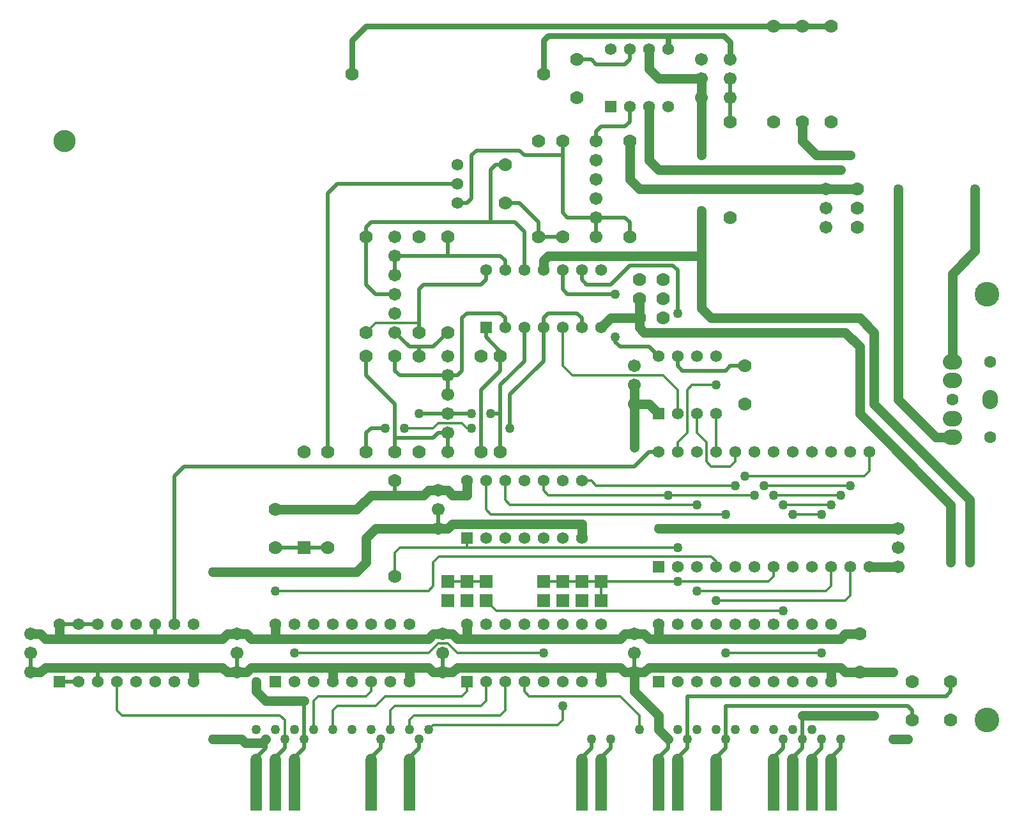
<source format=gbl>
G04 #@! TF.FileFunction,Copper,L2,Bot,Signal*
%FSLAX46Y46*%
G04 Gerber Fmt 4.6, Leading zero omitted, Abs format (unit mm)*
G04 Created by KiCad (PCBNEW 4.0.1-stable) date 22/07/2016 18:26:52*
%MOMM*%
G01*
G04 APERTURE LIST*
%ADD10C,0.100000*%
%ADD11C,1.524000*%
%ADD12O,2.540000X2.032000*%
%ADD13O,2.032000X2.540000*%
%ADD14C,1.600200*%
%ADD15C,1.600000*%
%ADD16R,1.574800X1.574800*%
%ADD17C,1.574800*%
%ADD18C,1.778000*%
%ADD19R,1.778000X1.778000*%
%ADD20R,1.727200X1.727200*%
%ADD21C,1.701800*%
%ADD22C,2.946400*%
%ADD23R,1.524000X6.858000*%
%ADD24C,3.276600*%
%ADD25C,1.270000*%
%ADD26C,1.270000*%
%ADD27C,0.508000*%
%ADD28C,0.762000*%
%ADD29C,0.304800*%
G04 APERTURE END LIST*
D10*
D11*
X179070000Y-127762000D02*
X179070000Y-129032000D01*
X176530000Y-127762000D02*
X176530000Y-129032000D01*
X171450000Y-127762000D02*
X171450000Y-129032000D01*
X173990000Y-127762000D02*
X173990000Y-129032000D01*
X163830000Y-127762000D02*
X163830000Y-129032000D01*
X158750000Y-127762000D02*
X158750000Y-129032000D01*
X156210000Y-127762000D02*
X156210000Y-129032000D01*
X146050000Y-127762000D02*
X146050000Y-129032000D01*
X148590000Y-127762000D02*
X148590000Y-129032000D01*
X118110000Y-127762000D02*
X118110000Y-129032000D01*
X107950000Y-127762000D02*
X107950000Y-129032000D01*
X105410000Y-127762000D02*
X105410000Y-129032000D01*
X123190000Y-127762000D02*
X123190000Y-129032000D01*
X102870000Y-127762000D02*
X102870000Y-129032000D01*
D12*
X195152000Y-77510000D03*
X195152000Y-82510000D03*
X195152000Y-85010000D03*
X195152000Y-75010000D03*
D13*
X200152000Y-80010000D03*
D14*
X195152000Y-80010000D03*
D15*
X200152000Y-75010000D03*
X200152000Y-85010000D03*
D16*
X156210000Y-102235000D03*
D17*
X158750000Y-102235000D03*
X161290000Y-102235000D03*
X163830000Y-102235000D03*
X166370000Y-102235000D03*
X168910000Y-102235000D03*
X171450000Y-102235000D03*
X173990000Y-102235000D03*
X184150000Y-86995000D03*
X181610000Y-86995000D03*
X179070000Y-86995000D03*
X176530000Y-86995000D03*
X173990000Y-86995000D03*
X171450000Y-86995000D03*
X168910000Y-86995000D03*
X166370000Y-86995000D03*
X176530000Y-102235000D03*
X179070000Y-102235000D03*
X181610000Y-102235000D03*
X184150000Y-102235000D03*
X163830000Y-86995000D03*
X161290000Y-86995000D03*
X158750000Y-86995000D03*
X156210000Y-86995000D03*
D18*
X156845000Y-66675000D03*
X156845000Y-64135000D03*
X156845000Y-69215000D03*
X153670000Y-66675000D03*
X153670000Y-64135000D03*
X153670000Y-69215000D03*
D19*
X109220000Y-99695000D03*
D18*
X109220000Y-86995000D03*
D20*
X128270000Y-106680000D03*
X128270000Y-104140000D03*
X130810000Y-106680000D03*
X130810000Y-104140000D03*
X133350000Y-106680000D03*
X133350000Y-104140000D03*
X140970000Y-106680000D03*
X140970000Y-104140000D03*
X143510000Y-106680000D03*
X143510000Y-104140000D03*
X146050000Y-106680000D03*
X146050000Y-104140000D03*
X148590000Y-106680000D03*
X148590000Y-104140000D03*
D17*
X129540000Y-48895000D03*
X129540000Y-51435000D03*
X129540000Y-53975000D03*
D18*
X121285000Y-90805000D03*
X121285000Y-103505000D03*
X117475000Y-74295000D03*
X117475000Y-86995000D03*
X121285000Y-74295000D03*
X121285000Y-86995000D03*
X135255000Y-74295000D03*
X135255000Y-86995000D03*
X132715000Y-74295000D03*
X132715000Y-86995000D03*
X124460000Y-74295000D03*
X124460000Y-86995000D03*
X128270000Y-58420000D03*
X128270000Y-71120000D03*
X117475000Y-71120000D03*
X117475000Y-58420000D03*
X124460000Y-58420000D03*
X124460000Y-71120000D03*
X140335000Y-45720000D03*
X140335000Y-58420000D03*
X143510000Y-45720000D03*
X143510000Y-58420000D03*
X112395000Y-86995000D03*
X112395000Y-99695000D03*
X152400000Y-45720000D03*
X152400000Y-58420000D03*
X182562500Y-57150000D03*
X182562500Y-54610000D03*
X182562500Y-52070000D03*
X165735000Y-43180000D03*
X165735000Y-55880000D03*
X171450000Y-30480000D03*
X171450000Y-43180000D03*
X175260000Y-43180000D03*
X175260000Y-30480000D03*
X179070000Y-43180000D03*
X179070000Y-30480000D03*
D16*
X76835000Y-117475000D03*
D17*
X79375000Y-117475000D03*
X81915000Y-117475000D03*
X84455000Y-117475000D03*
X86995000Y-117475000D03*
X89535000Y-117475000D03*
X92075000Y-117475000D03*
X94615000Y-117475000D03*
X94615000Y-109855000D03*
X92075000Y-109855000D03*
X89535000Y-109855000D03*
X86995000Y-109855000D03*
X84455000Y-109855000D03*
X81915000Y-109855000D03*
X79375000Y-109855000D03*
X76835000Y-109855000D03*
D16*
X105410000Y-117475000D03*
D17*
X107950000Y-117475000D03*
X110490000Y-117475000D03*
X113030000Y-117475000D03*
X115570000Y-117475000D03*
X118110000Y-117475000D03*
X120650000Y-117475000D03*
X123190000Y-117475000D03*
X123190000Y-109855000D03*
X120650000Y-109855000D03*
X118110000Y-109855000D03*
X115570000Y-109855000D03*
X113030000Y-109855000D03*
X110490000Y-109855000D03*
X107950000Y-109855000D03*
X105410000Y-109855000D03*
D16*
X130810000Y-117475000D03*
D17*
X133350000Y-117475000D03*
X135890000Y-117475000D03*
X138430000Y-117475000D03*
X140970000Y-117475000D03*
X143510000Y-117475000D03*
X146050000Y-117475000D03*
X148590000Y-117475000D03*
X148590000Y-109855000D03*
X146050000Y-109855000D03*
X143510000Y-109855000D03*
X140970000Y-109855000D03*
X138430000Y-109855000D03*
X135890000Y-109855000D03*
X133350000Y-109855000D03*
X130810000Y-109855000D03*
D16*
X156210000Y-117475000D03*
D17*
X158750000Y-117475000D03*
X161290000Y-117475000D03*
X163830000Y-117475000D03*
X166370000Y-117475000D03*
X168910000Y-117475000D03*
X171450000Y-117475000D03*
X173990000Y-117475000D03*
X173990000Y-109855000D03*
X171450000Y-109855000D03*
X168910000Y-109855000D03*
X166370000Y-109855000D03*
X163830000Y-109855000D03*
X161290000Y-109855000D03*
X158750000Y-109855000D03*
X156210000Y-109855000D03*
X176530000Y-117475000D03*
X179070000Y-117475000D03*
X179070000Y-109855000D03*
X176530000Y-109855000D03*
D16*
X130810000Y-98425000D03*
D17*
X133350000Y-98425000D03*
X135890000Y-98425000D03*
X138430000Y-98425000D03*
X140970000Y-98425000D03*
X143510000Y-98425000D03*
X146050000Y-98425000D03*
X146050000Y-90805000D03*
X143510000Y-90805000D03*
X140970000Y-90805000D03*
X138430000Y-90805000D03*
X135890000Y-90805000D03*
X133350000Y-90805000D03*
X130810000Y-90805000D03*
D16*
X156210000Y-81915000D03*
D17*
X158750000Y-81915000D03*
X161290000Y-81915000D03*
X163830000Y-81915000D03*
X163830000Y-74295000D03*
X161290000Y-74295000D03*
X158750000Y-74295000D03*
X156210000Y-74295000D03*
D16*
X133350000Y-70485000D03*
D17*
X135890000Y-70485000D03*
X138430000Y-70485000D03*
X140970000Y-70485000D03*
X143510000Y-70485000D03*
X146050000Y-70485000D03*
X148590000Y-70485000D03*
X148590000Y-62865000D03*
X146050000Y-62865000D03*
X143510000Y-62865000D03*
X140970000Y-62865000D03*
X138430000Y-62865000D03*
X135890000Y-62865000D03*
X133350000Y-62865000D03*
D16*
X149860000Y-41148000D03*
D17*
X152400000Y-41148000D03*
X154940000Y-41148000D03*
X157480000Y-41148000D03*
X157480000Y-33528000D03*
X154940000Y-33528000D03*
X152400000Y-33528000D03*
X149860000Y-33528000D03*
D18*
X140970000Y-36830000D03*
X115570000Y-36830000D03*
D21*
X127635000Y-113665000D03*
X127635000Y-111125000D03*
X127635000Y-116205000D03*
X153035000Y-78105000D03*
X153035000Y-75565000D03*
X153035000Y-80645000D03*
X153035000Y-113665000D03*
X153035000Y-111125000D03*
X153035000Y-116205000D03*
X100330000Y-113665000D03*
X100330000Y-111125000D03*
X100330000Y-116205000D03*
X73025000Y-113665000D03*
X73025000Y-111125000D03*
X73025000Y-116205000D03*
X127000000Y-94615000D03*
X127000000Y-92075000D03*
X127000000Y-97155000D03*
X187960000Y-99695000D03*
X187960000Y-97155000D03*
X187960000Y-102235000D03*
X128270000Y-84455000D03*
X128270000Y-81915000D03*
X128270000Y-86995000D03*
X128270000Y-76835000D03*
X128270000Y-74295000D03*
X128270000Y-79375000D03*
X121285000Y-68580000D03*
X121285000Y-66040000D03*
X121285000Y-71120000D03*
X121285000Y-60960000D03*
X121285000Y-58420000D03*
X121285000Y-63500000D03*
X147955000Y-55880000D03*
X147955000Y-53340000D03*
X147955000Y-58420000D03*
X147955000Y-48260000D03*
X147955000Y-45720000D03*
X147955000Y-50800000D03*
X161925000Y-37465000D03*
X161925000Y-34925000D03*
X161925000Y-40005000D03*
X165735000Y-37465000D03*
X165735000Y-34925000D03*
X165735000Y-40005000D03*
X178435000Y-54610000D03*
X178435000Y-52070000D03*
X178435000Y-57150000D03*
D18*
X182880000Y-111125000D03*
X182880000Y-116205000D03*
X189865000Y-117475000D03*
X189865000Y-122555000D03*
X194945000Y-117475000D03*
X194945000Y-122555000D03*
X105410000Y-94615000D03*
X105410000Y-99695000D03*
X167703500Y-75565000D03*
X167703500Y-80645000D03*
X135890000Y-48895000D03*
X135890000Y-53975000D03*
X145415000Y-34925000D03*
X145415000Y-40005000D03*
D22*
X77470000Y-45720000D03*
D23*
X179070000Y-131191000D03*
X176530000Y-131191000D03*
X173990000Y-131191000D03*
X171450000Y-131191000D03*
X163830000Y-131191000D03*
X158750000Y-131191000D03*
X156210000Y-131191000D03*
X148590000Y-131191000D03*
X146050000Y-131191000D03*
X123190000Y-131191000D03*
X118110000Y-131191000D03*
X107950000Y-131191000D03*
X105410000Y-131191000D03*
X102870000Y-131191000D03*
D24*
X199771000Y-66040000D03*
X199771000Y-122555000D03*
D25*
X97155000Y-102870000D03*
X97155000Y-115570000D03*
X97155000Y-125095000D03*
X104140000Y-125095000D03*
X157480000Y-125095000D03*
X189230000Y-125095000D03*
X187325000Y-125095000D03*
X187325000Y-116205000D03*
X180340000Y-125095000D03*
X156210000Y-97155000D03*
X109220000Y-125095000D03*
X109220000Y-120015000D03*
X184785000Y-121920000D03*
X175260000Y-125095000D03*
X153035000Y-86360000D03*
X102870000Y-111760000D03*
X102870000Y-117475000D03*
X158750000Y-68580000D03*
X161925000Y-47625000D03*
X161925000Y-54991000D03*
X156845000Y-60960000D03*
X160020000Y-125095000D03*
X197485000Y-101600000D03*
X165100000Y-125095000D03*
X194945000Y-101600000D03*
X124460000Y-81915000D03*
X131445000Y-81915000D03*
X133985000Y-81915000D03*
X119380000Y-125095000D03*
X124460000Y-125095000D03*
X172720000Y-108077000D03*
X172720000Y-125095000D03*
X158750000Y-104140000D03*
X158750000Y-99695000D03*
X180340000Y-49530000D03*
X187960000Y-52070000D03*
X181610000Y-47625000D03*
X198120000Y-52070000D03*
X106680000Y-125095000D03*
X105410000Y-123825000D03*
X107950000Y-123825000D03*
X115570000Y-123825000D03*
X118110000Y-123825000D03*
X110490000Y-123825000D03*
X140970000Y-113665000D03*
X107950000Y-113665000D03*
X113030000Y-123825000D03*
X120650000Y-123825000D03*
X123190000Y-123825000D03*
X153670000Y-123825000D03*
X143510000Y-120650000D03*
X125730000Y-123825000D03*
X157480000Y-92710000D03*
X168910000Y-92710000D03*
X158750000Y-123825000D03*
X161290000Y-123825000D03*
X163830000Y-123825000D03*
X166370000Y-123825000D03*
X168910000Y-123825000D03*
X171450000Y-123825000D03*
X173990000Y-123825000D03*
X172720000Y-93980000D03*
X179070000Y-93980000D03*
X170180000Y-91440000D03*
X181610000Y-91440000D03*
X167640000Y-90170000D03*
X163830000Y-106680000D03*
X161290000Y-105410000D03*
X176530000Y-123825000D03*
X180340000Y-92710000D03*
X171450000Y-92710000D03*
X177800000Y-95250000D03*
X173990000Y-95250000D03*
X147320000Y-125095000D03*
X149860000Y-125095000D03*
X166370000Y-91440000D03*
X161290000Y-93980000D03*
X165100000Y-95250000D03*
X165100000Y-113665000D03*
X177800000Y-113665000D03*
X177800000Y-125095000D03*
X105410000Y-105410000D03*
X102870000Y-123825000D03*
X163830000Y-78105000D03*
X150495000Y-71755000D03*
X150495000Y-66040000D03*
X120015000Y-83820000D03*
X122555000Y-83820000D03*
X131445000Y-83820000D03*
X136525000Y-83820000D03*
D26*
X187325000Y-125095000D02*
X189230000Y-125095000D01*
D27*
X156210000Y-127508000D02*
X157480000Y-126238000D01*
X157480000Y-126238000D02*
X157480000Y-125095000D01*
X156210000Y-131191000D02*
X156210000Y-127508000D01*
X179070000Y-127508000D02*
X180340000Y-126238000D01*
X180340000Y-126238000D02*
X180340000Y-125095000D01*
X179070000Y-131191000D02*
X179070000Y-127508000D01*
X102870000Y-127508000D02*
X104140000Y-126238000D01*
X104140000Y-126238000D02*
X104140000Y-125984000D01*
X102870000Y-131191000D02*
X102870000Y-127508000D01*
X104140000Y-125984000D02*
X104140000Y-125095000D01*
D26*
X104140000Y-125095000D02*
X103632000Y-125603000D01*
X103632000Y-125603000D02*
X101473000Y-125603000D01*
X101473000Y-125603000D02*
X100965000Y-125095000D01*
X100965000Y-125095000D02*
X97155000Y-125095000D01*
X184150000Y-102235000D02*
X187960000Y-102235000D01*
X116205000Y-102870000D02*
X97155000Y-102870000D01*
X117475000Y-101600000D02*
X116205000Y-102870000D01*
X117475000Y-98425000D02*
X117475000Y-101600000D01*
X118745000Y-97155000D02*
X117475000Y-98425000D01*
X127000000Y-97155000D02*
X118745000Y-97155000D01*
D27*
X127000000Y-94615000D02*
X127000000Y-97155000D01*
D26*
X128270000Y-97155000D02*
X127000000Y-97155000D01*
X128905000Y-96520000D02*
X128270000Y-97155000D01*
X146050000Y-96520000D02*
X128905000Y-96520000D01*
X146050000Y-98425000D02*
X146050000Y-96520000D01*
X98425000Y-115570000D02*
X97155000Y-115570000D01*
X94615000Y-115570000D02*
X97155000Y-115570000D01*
X151130000Y-115570000D02*
X148590000Y-115570000D01*
X148590000Y-115570000D02*
X129540000Y-115570000D01*
X148590000Y-117475000D02*
X148590000Y-115570000D01*
X123190000Y-115570000D02*
X113030000Y-115570000D01*
X113030000Y-115570000D02*
X102235000Y-115570000D01*
X113030000Y-117475000D02*
X113030000Y-115570000D01*
X125730000Y-115570000D02*
X123190000Y-115570000D01*
X123190000Y-117475000D02*
X123190000Y-115570000D01*
X94615000Y-115570000D02*
X81915000Y-115570000D01*
X81915000Y-115570000D02*
X74930000Y-115570000D01*
D27*
X81915000Y-117475000D02*
X81915000Y-115570000D01*
D26*
X94615000Y-117475000D02*
X94615000Y-115570000D01*
D27*
X73025000Y-113665000D02*
X73025000Y-116205000D01*
X100330000Y-113665000D02*
X100330000Y-116205000D01*
X127635000Y-113665000D02*
X127635000Y-116205000D01*
D26*
X74295000Y-116205000D02*
X73025000Y-116205000D01*
X74930000Y-115570000D02*
X74295000Y-116205000D01*
X99060000Y-116205000D02*
X98425000Y-115570000D01*
X100330000Y-116205000D02*
X99060000Y-116205000D01*
X127635000Y-116205000D02*
X126365000Y-116205000D01*
X126365000Y-116205000D02*
X125730000Y-115570000D01*
X102235000Y-115570000D02*
X101600000Y-116205000D01*
X101600000Y-116205000D02*
X100330000Y-116205000D01*
X153035000Y-116205000D02*
X151765000Y-116205000D01*
X151765000Y-116205000D02*
X151130000Y-115570000D01*
X129540000Y-115570000D02*
X128905000Y-116205000D01*
X128905000Y-116205000D02*
X127635000Y-116205000D01*
D27*
X153035000Y-113665000D02*
X153035000Y-116205000D01*
D26*
X156210000Y-123825000D02*
X157480000Y-125095000D01*
X156210000Y-121920000D02*
X156210000Y-123825000D01*
X153035000Y-118745000D02*
X156210000Y-121920000D01*
X153035000Y-116205000D02*
X153035000Y-118745000D01*
X187325000Y-116205000D02*
X182880000Y-116205000D01*
X180340000Y-115570000D02*
X179070000Y-115570000D01*
X179070000Y-115570000D02*
X154940000Y-115570000D01*
X179070000Y-117475000D02*
X179070000Y-115570000D01*
X182880000Y-116205000D02*
X180975000Y-116205000D01*
X180975000Y-116205000D02*
X180340000Y-115570000D01*
X154940000Y-115570000D02*
X154305000Y-116205000D01*
X154305000Y-116205000D02*
X153035000Y-116205000D01*
D27*
X173990000Y-127508000D02*
X175260000Y-126238000D01*
X175260000Y-126238000D02*
X175260000Y-125095000D01*
X173990000Y-131191000D02*
X173990000Y-127508000D01*
X107950000Y-127508000D02*
X109220000Y-126238000D01*
X109220000Y-126238000D02*
X109220000Y-125095000D01*
X107950000Y-131191000D02*
X107950000Y-127508000D01*
X109220000Y-120015000D02*
X109220000Y-125095000D01*
D26*
X98425000Y-111760000D02*
X89535000Y-111760000D01*
X89535000Y-111760000D02*
X76835000Y-111760000D01*
D27*
X89535000Y-109855000D02*
X89535000Y-111760000D01*
X76835000Y-117475000D02*
X79375000Y-117475000D01*
D26*
X175895000Y-121920000D02*
X175260000Y-121920000D01*
X184785000Y-121920000D02*
X175895000Y-121920000D01*
X153035000Y-78105000D02*
X153035000Y-80645000D01*
X154940000Y-80645000D02*
X153035000Y-80645000D01*
X156210000Y-81915000D02*
X154940000Y-80645000D01*
X153035000Y-86360000D02*
X153035000Y-80645000D01*
X125095000Y-92710000D02*
X121285000Y-92710000D01*
X121285000Y-92710000D02*
X118110000Y-92710000D01*
D27*
X121285000Y-90805000D02*
X121285000Y-92710000D01*
D26*
X116205000Y-94615000D02*
X105410000Y-94615000D01*
X118110000Y-92710000D02*
X116205000Y-94615000D01*
X125730000Y-92075000D02*
X125095000Y-92710000D01*
X127000000Y-92075000D02*
X125730000Y-92075000D01*
X128270000Y-92075000D02*
X127000000Y-92075000D01*
X128905000Y-92710000D02*
X128270000Y-92075000D01*
X130810000Y-92710000D02*
X128905000Y-92710000D01*
X130810000Y-90805000D02*
X130810000Y-92710000D01*
X187960000Y-97155000D02*
X156210000Y-97155000D01*
X104140000Y-120015000D02*
X109220000Y-120015000D01*
X102870000Y-118745000D02*
X104140000Y-120015000D01*
X102870000Y-117475000D02*
X102870000Y-118745000D01*
X151130000Y-111760000D02*
X130810000Y-111760000D01*
X130810000Y-111760000D02*
X129540000Y-111760000D01*
X130810000Y-109855000D02*
X130810000Y-111760000D01*
D27*
X79375000Y-109855000D02*
X81915000Y-109855000D01*
X76835000Y-109855000D02*
X79375000Y-109855000D01*
D26*
X76835000Y-111760000D02*
X74930000Y-111760000D01*
X76835000Y-109855000D02*
X76835000Y-111760000D01*
X125730000Y-111760000D02*
X105410000Y-111760000D01*
X105410000Y-111760000D02*
X102870000Y-111760000D01*
X105410000Y-109855000D02*
X105410000Y-111760000D01*
X74295000Y-111125000D02*
X73025000Y-111125000D01*
X74930000Y-111760000D02*
X74295000Y-111125000D01*
X99060000Y-111125000D02*
X98425000Y-111760000D01*
X100330000Y-111125000D02*
X99060000Y-111125000D01*
X101600000Y-111125000D02*
X102235000Y-111760000D01*
X102235000Y-111760000D02*
X102870000Y-111760000D01*
X100330000Y-111125000D02*
X101600000Y-111125000D01*
X126365000Y-111125000D02*
X125730000Y-111760000D01*
X127635000Y-111125000D02*
X126365000Y-111125000D01*
X128905000Y-111125000D02*
X127635000Y-111125000D01*
X129540000Y-111760000D02*
X128905000Y-111125000D01*
X151765000Y-111125000D02*
X151130000Y-111760000D01*
X153035000Y-111125000D02*
X151765000Y-111125000D01*
D27*
X175260000Y-125095000D02*
X175260000Y-121920000D01*
D26*
X180340000Y-111760000D02*
X156210000Y-111760000D01*
X156210000Y-111760000D02*
X154940000Y-111760000D01*
X156210000Y-109855000D02*
X156210000Y-111760000D01*
X154305000Y-111125000D02*
X153035000Y-111125000D01*
X154940000Y-111760000D02*
X154305000Y-111125000D01*
X180975000Y-111125000D02*
X180340000Y-111760000D01*
X182880000Y-111125000D02*
X180975000Y-111125000D01*
D27*
X146685000Y-64770000D02*
X146050000Y-64135000D01*
X146050000Y-64135000D02*
X146050000Y-62865000D01*
X149860000Y-64770000D02*
X146685000Y-64770000D01*
X152400000Y-62230000D02*
X149860000Y-64770000D01*
X158115000Y-62230000D02*
X152400000Y-62230000D01*
X158750000Y-62865000D02*
X158115000Y-62230000D01*
X158750000Y-68580000D02*
X158750000Y-62865000D01*
X165100000Y-76200000D02*
X165735000Y-75565000D01*
X165735000Y-75565000D02*
X167703500Y-75565000D01*
X159385000Y-76200000D02*
X165100000Y-76200000D01*
X158750000Y-75565000D02*
X159385000Y-76200000D01*
X158750000Y-74295000D02*
X158750000Y-75565000D01*
X160020000Y-125095000D02*
X160020000Y-119380000D01*
X160020000Y-119380000D02*
X194310000Y-119380000D01*
X194310000Y-119380000D02*
X194945000Y-118745000D01*
X194945000Y-118745000D02*
X194945000Y-117475000D01*
D26*
X161925000Y-60960000D02*
X161925000Y-67945000D01*
X184785000Y-80645000D02*
X197485000Y-93345000D01*
X161925000Y-67945000D02*
X163195000Y-69215000D01*
X163195000Y-69215000D02*
X182880000Y-69215000D01*
X182880000Y-69215000D02*
X184785000Y-71120000D01*
X184785000Y-71120000D02*
X184785000Y-80645000D01*
X197485000Y-93345000D02*
X197485000Y-101600000D01*
D27*
X158750000Y-127508000D02*
X160020000Y-126238000D01*
X160020000Y-126238000D02*
X160020000Y-125095000D01*
X158750000Y-131191000D02*
X158750000Y-127508000D01*
D26*
X161925000Y-60960000D02*
X161925000Y-54991000D01*
X161925000Y-47625000D02*
X161925000Y-40005000D01*
X156210000Y-37465000D02*
X154940000Y-36195000D01*
X154940000Y-36195000D02*
X154940000Y-33528000D01*
X161925000Y-37465000D02*
X156210000Y-37465000D01*
X161925000Y-40005000D02*
X161925000Y-37465000D01*
X156845000Y-60960000D02*
X161925000Y-60960000D01*
X141605000Y-60960000D02*
X156845000Y-60960000D01*
X140970000Y-61595000D02*
X141605000Y-60960000D01*
X140970000Y-62865000D02*
X140970000Y-61595000D01*
D27*
X189865000Y-121285000D02*
X189865000Y-122555000D01*
X189230000Y-120650000D02*
X189865000Y-121285000D01*
D26*
X153670000Y-69215000D02*
X153670000Y-70485000D01*
X153670000Y-70485000D02*
X154305000Y-71120000D01*
X182880000Y-81915000D02*
X194945000Y-93980000D01*
X154305000Y-71120000D02*
X180975000Y-71120000D01*
X180975000Y-71120000D02*
X182880000Y-73025000D01*
X182880000Y-73025000D02*
X182880000Y-81915000D01*
X194945000Y-93980000D02*
X194945000Y-101600000D01*
D27*
X163830000Y-127508000D02*
X165100000Y-126238000D01*
X165100000Y-126238000D02*
X165100000Y-125095000D01*
X163830000Y-131191000D02*
X163830000Y-127508000D01*
D26*
X153670000Y-66675000D02*
X153670000Y-69215000D01*
X149860000Y-69215000D02*
X153670000Y-69215000D01*
X148590000Y-70485000D02*
X149860000Y-69215000D01*
D27*
X165100000Y-120650000D02*
X165100000Y-125095000D01*
X189230000Y-120650000D02*
X165100000Y-120650000D01*
X135255000Y-68580000D02*
X135890000Y-69215000D01*
X135890000Y-69215000D02*
X135890000Y-70485000D01*
X130810000Y-68580000D02*
X135255000Y-68580000D01*
X130175000Y-69215000D02*
X130810000Y-68580000D01*
X130175000Y-76200000D02*
X130175000Y-69215000D01*
X129540000Y-76835000D02*
X130175000Y-76200000D01*
X128270000Y-76835000D02*
X129540000Y-76835000D01*
X128270000Y-76835000D02*
X128270000Y-79375000D01*
X121285000Y-76200000D02*
X121920000Y-76835000D01*
X121920000Y-76835000D02*
X128270000Y-76835000D01*
X121285000Y-74295000D02*
X121285000Y-76200000D01*
X126365000Y-85090000D02*
X121285000Y-85090000D01*
X127000000Y-84455000D02*
X126365000Y-85090000D01*
X117475000Y-76835000D02*
X117475000Y-74295000D01*
X121285000Y-80645000D02*
X117475000Y-76835000D01*
X121285000Y-85090000D02*
X121285000Y-80645000D01*
X121285000Y-85090000D02*
X121285000Y-86995000D01*
X128270000Y-84455000D02*
X127000000Y-84455000D01*
X128270000Y-86995000D02*
X128270000Y-84455000D01*
X128270000Y-81915000D02*
X124460000Y-81915000D01*
X128270000Y-81915000D02*
X131445000Y-81915000D01*
X135255000Y-81915000D02*
X135255000Y-86995000D01*
X135255000Y-78105000D02*
X135255000Y-81915000D01*
X135255000Y-81915000D02*
X133985000Y-81915000D01*
X138430000Y-74930000D02*
X135255000Y-78105000D01*
X138430000Y-70485000D02*
X138430000Y-74930000D01*
X121285000Y-60960000D02*
X121285000Y-63500000D01*
X135255000Y-60960000D02*
X128270000Y-60960000D01*
X128270000Y-60960000D02*
X121285000Y-60960000D01*
X128270000Y-58420000D02*
X128270000Y-60960000D01*
X135890000Y-61595000D02*
X135255000Y-60960000D01*
X135890000Y-62865000D02*
X135890000Y-61595000D01*
X126365000Y-73025000D02*
X124460000Y-73025000D01*
X124460000Y-73025000D02*
X123190000Y-73025000D01*
X124460000Y-74295000D02*
X124460000Y-73025000D01*
X123190000Y-73025000D02*
X121285000Y-71120000D01*
X128270000Y-71120000D02*
X126365000Y-73025000D01*
X117475000Y-58420000D02*
X117475000Y-64770000D01*
X117475000Y-57150000D02*
X117475000Y-58420000D01*
X118110000Y-56515000D02*
X117475000Y-57150000D01*
X118745000Y-66040000D02*
X117475000Y-64770000D01*
X121285000Y-66040000D02*
X118745000Y-66040000D01*
X137160000Y-56515000D02*
X133985000Y-56515000D01*
X133985000Y-56515000D02*
X118110000Y-56515000D01*
X134620000Y-48895000D02*
X133985000Y-49530000D01*
X133985000Y-49530000D02*
X133985000Y-56515000D01*
X135890000Y-48895000D02*
X134620000Y-48895000D01*
X138430000Y-57785000D02*
X137160000Y-56515000D01*
X138430000Y-62865000D02*
X138430000Y-57785000D01*
X140335000Y-56515000D02*
X140335000Y-58420000D01*
X137795000Y-53975000D02*
X140335000Y-56515000D01*
X135890000Y-53975000D02*
X137795000Y-53975000D01*
X140335000Y-58420000D02*
X143510000Y-58420000D01*
X109220000Y-99695000D02*
X112395000Y-99695000D01*
X105410000Y-99695000D02*
X109220000Y-99695000D01*
X143510000Y-47625000D02*
X143510000Y-45720000D01*
X130810000Y-53975000D02*
X129540000Y-53975000D01*
X131445000Y-53340000D02*
X130810000Y-53975000D01*
X131445000Y-47625000D02*
X131445000Y-53340000D01*
X132080000Y-46990000D02*
X131445000Y-47625000D01*
X137795000Y-46990000D02*
X132080000Y-46990000D01*
X138430000Y-47625000D02*
X137795000Y-46990000D01*
X143510000Y-47625000D02*
X138430000Y-47625000D01*
X143510000Y-55245000D02*
X143510000Y-47625000D01*
X144145000Y-55880000D02*
X143510000Y-55245000D01*
X147955000Y-55880000D02*
X144145000Y-55880000D01*
X151765000Y-55880000D02*
X152400000Y-56515000D01*
X152400000Y-56515000D02*
X152400000Y-58420000D01*
X147955000Y-55880000D02*
X151765000Y-55880000D01*
X147955000Y-58420000D02*
X147955000Y-55880000D01*
D26*
X178435000Y-52070000D02*
X182562500Y-52070000D01*
X152400000Y-50800000D02*
X153670000Y-52070000D01*
X153670000Y-52070000D02*
X178435000Y-52070000D01*
X152400000Y-45720000D02*
X152400000Y-50800000D01*
D27*
X152400000Y-41148000D02*
X152400000Y-43180000D01*
X152400000Y-43180000D02*
X151765000Y-43815000D01*
X151765000Y-43815000D02*
X148590000Y-43815000D01*
X148590000Y-43815000D02*
X147955000Y-44450000D01*
X147955000Y-44450000D02*
X147955000Y-45720000D01*
X147955000Y-35560000D02*
X147320000Y-34925000D01*
X147320000Y-34925000D02*
X145415000Y-34925000D01*
X151765000Y-35560000D02*
X147955000Y-35560000D01*
X152400000Y-34925000D02*
X151765000Y-35560000D01*
X152400000Y-33528000D02*
X152400000Y-34925000D01*
X165735000Y-40005000D02*
X165735000Y-43180000D01*
X165735000Y-37465000D02*
X165735000Y-40005000D01*
D28*
X164846000Y-31750000D02*
X157480000Y-31750000D01*
X157480000Y-31750000D02*
X141605000Y-31750000D01*
X157480000Y-33528000D02*
X157480000Y-31750000D01*
X141605000Y-31750000D02*
X140970000Y-32385000D01*
X165735000Y-32639000D02*
X164846000Y-31750000D01*
X165735000Y-34925000D02*
X165735000Y-32639000D01*
X140970000Y-32385000D02*
X140970000Y-36830000D01*
X171450000Y-30480000D02*
X117475000Y-30480000D01*
X117475000Y-30480000D02*
X115570000Y-32385000D01*
X175260000Y-30480000D02*
X171450000Y-30480000D01*
X179070000Y-30480000D02*
X175260000Y-30480000D01*
X115570000Y-32385000D02*
X115570000Y-36830000D01*
D27*
X118110000Y-127508000D02*
X119380000Y-126238000D01*
X119380000Y-126238000D02*
X119380000Y-125095000D01*
X118110000Y-131191000D02*
X118110000Y-127508000D01*
D29*
X130810000Y-104140000D02*
X128270000Y-104140000D01*
X133350000Y-104140000D02*
X130810000Y-104140000D01*
D27*
X123190000Y-127508000D02*
X124460000Y-126238000D01*
X124460000Y-126238000D02*
X124460000Y-125095000D01*
X123190000Y-131191000D02*
X123190000Y-127508000D01*
X171450000Y-127508000D02*
X172720000Y-126238000D01*
X172720000Y-126238000D02*
X172720000Y-125095000D01*
X171450000Y-131191000D02*
X171450000Y-127508000D01*
D29*
X134747000Y-108077000D02*
X172720000Y-108077000D01*
X133350000Y-106680000D02*
X134747000Y-108077000D01*
X143510000Y-104140000D02*
X140970000Y-104140000D01*
X146050000Y-104140000D02*
X143510000Y-104140000D01*
X148590000Y-104140000D02*
X146050000Y-104140000D01*
X148590000Y-104140000D02*
X148590000Y-106680000D01*
X158750000Y-104140000D02*
X148590000Y-104140000D01*
X170815000Y-104140000D02*
X171450000Y-103505000D01*
X171450000Y-103505000D02*
X171450000Y-102235000D01*
X158750000Y-104140000D02*
X170815000Y-104140000D01*
D27*
X112395000Y-52705000D02*
X113665000Y-51435000D01*
X113665000Y-51435000D02*
X129540000Y-51435000D01*
X112395000Y-86995000D02*
X112395000Y-52705000D01*
D29*
X121920000Y-99695000D02*
X130810000Y-99695000D01*
X130810000Y-99695000D02*
X158750000Y-99695000D01*
X130810000Y-98425000D02*
X130810000Y-99695000D01*
X121285000Y-100330000D02*
X121920000Y-99695000D01*
X121285000Y-103505000D02*
X121285000Y-100330000D01*
D27*
X135255000Y-73660000D02*
X133350000Y-71755000D01*
X133350000Y-71755000D02*
X133350000Y-70485000D01*
X135255000Y-74295000D02*
X135255000Y-73660000D01*
X132715000Y-78740000D02*
X135255000Y-76200000D01*
X135255000Y-76200000D02*
X135255000Y-74295000D01*
X132715000Y-86995000D02*
X132715000Y-78740000D01*
D29*
X117475000Y-71120000D02*
X118745000Y-69850000D01*
X118745000Y-69850000D02*
X124460000Y-69850000D01*
X124460000Y-69850000D02*
X124460000Y-71120000D01*
D27*
X125095000Y-64770000D02*
X124460000Y-65405000D01*
X124460000Y-65405000D02*
X124460000Y-71120000D01*
X132715000Y-64770000D02*
X125095000Y-64770000D01*
X133350000Y-64135000D02*
X132715000Y-64770000D01*
X133350000Y-62865000D02*
X133350000Y-64135000D01*
D26*
X156210000Y-49530000D02*
X180340000Y-49530000D01*
X154940000Y-48260000D02*
X156210000Y-49530000D01*
X154940000Y-41148000D02*
X154940000Y-48260000D01*
X187960000Y-80010000D02*
X192960000Y-85010000D01*
X192960000Y-85010000D02*
X195152000Y-85010000D01*
X187960000Y-76835000D02*
X187960000Y-80010000D01*
X175260000Y-45720000D02*
X175260000Y-43180000D01*
X187960000Y-76835000D02*
X187960000Y-52070000D01*
X177165000Y-47625000D02*
X181610000Y-47625000D01*
X175260000Y-45720000D02*
X177165000Y-47625000D01*
X198120000Y-60325000D02*
X195152000Y-63293000D01*
X195152000Y-63293000D02*
X195152000Y-75010000D01*
X198120000Y-52070000D02*
X198120000Y-57785000D01*
X198120000Y-57785000D02*
X198120000Y-60325000D01*
D27*
X105410000Y-127508000D02*
X106680000Y-126238000D01*
X106680000Y-126238000D02*
X106680000Y-125095000D01*
X105410000Y-131191000D02*
X105410000Y-127508000D01*
D29*
X85090000Y-121920000D02*
X84455000Y-121285000D01*
X84455000Y-121285000D02*
X84455000Y-117475000D01*
X106045000Y-121920000D02*
X85090000Y-121920000D01*
X106680000Y-122555000D02*
X106045000Y-121920000D01*
X106680000Y-125095000D02*
X106680000Y-122555000D01*
D27*
X92075000Y-109855000D02*
X92075000Y-90170000D01*
X92075000Y-90170000D02*
X93345000Y-88900000D01*
X93345000Y-88900000D02*
X153035000Y-88900000D01*
X154940000Y-86995000D02*
X156210000Y-86995000D01*
X153035000Y-88900000D02*
X154940000Y-86995000D01*
D29*
X111125000Y-119380000D02*
X110490000Y-120015000D01*
X110490000Y-120015000D02*
X110490000Y-123825000D01*
X117475000Y-119380000D02*
X111125000Y-119380000D01*
X118110000Y-118745000D02*
X117475000Y-119380000D01*
X118110000Y-117475000D02*
X118110000Y-118745000D01*
X129540000Y-113665000D02*
X140970000Y-113665000D01*
X128270000Y-112395000D02*
X129540000Y-113665000D01*
X127000000Y-112395000D02*
X128270000Y-112395000D01*
X125730000Y-113665000D02*
X127000000Y-112395000D01*
X107950000Y-113665000D02*
X125730000Y-113665000D01*
X113665000Y-120650000D02*
X113030000Y-121285000D01*
X113030000Y-121285000D02*
X113030000Y-123825000D01*
X118745000Y-120650000D02*
X113665000Y-120650000D01*
X120015000Y-119380000D02*
X118745000Y-120650000D01*
X130175000Y-119380000D02*
X120015000Y-119380000D01*
X130810000Y-118745000D02*
X130175000Y-119380000D01*
X130810000Y-117475000D02*
X130810000Y-118745000D01*
X121285000Y-120650000D02*
X120650000Y-121285000D01*
X120650000Y-121285000D02*
X120650000Y-123825000D01*
X132715000Y-120650000D02*
X121285000Y-120650000D01*
X133350000Y-120015000D02*
X132715000Y-120650000D01*
X133350000Y-117475000D02*
X133350000Y-120015000D01*
X123190000Y-122555000D02*
X123190000Y-123825000D01*
X123825000Y-121920000D02*
X123190000Y-122555000D01*
X135255000Y-121920000D02*
X123825000Y-121920000D01*
X135890000Y-121285000D02*
X135255000Y-121920000D01*
X135890000Y-117475000D02*
X135890000Y-121285000D01*
X151130000Y-119380000D02*
X153670000Y-121920000D01*
X153670000Y-121920000D02*
X153670000Y-123825000D01*
X139065000Y-119380000D02*
X151130000Y-119380000D01*
X138430000Y-118745000D02*
X139065000Y-119380000D01*
X138430000Y-117475000D02*
X138430000Y-118745000D01*
X143510000Y-122555000D02*
X143510000Y-120650000D01*
X142875000Y-123190000D02*
X143510000Y-122555000D01*
X126365000Y-123190000D02*
X142875000Y-123190000D01*
X125730000Y-123825000D02*
X126365000Y-123190000D01*
X140970000Y-90805000D02*
X140970000Y-92075000D01*
X141605000Y-92710000D02*
X140970000Y-92075000D01*
X157480000Y-92710000D02*
X141605000Y-92710000D01*
X168910000Y-92710000D02*
X157480000Y-92710000D01*
X179070000Y-93980000D02*
X172720000Y-93980000D01*
X181610000Y-91440000D02*
X170180000Y-91440000D01*
X184150000Y-89535000D02*
X184150000Y-86995000D01*
X183515000Y-90170000D02*
X167640000Y-90170000D01*
X184150000Y-89535000D02*
X183515000Y-90170000D01*
X181610000Y-106045000D02*
X180975000Y-106680000D01*
X181610000Y-102235000D02*
X181610000Y-106045000D01*
X163830000Y-106680000D02*
X180975000Y-106680000D01*
X178435000Y-105410000D02*
X179070000Y-104775000D01*
X179070000Y-104775000D02*
X179070000Y-102235000D01*
X161290000Y-105410000D02*
X178435000Y-105410000D01*
X171450000Y-92710000D02*
X180340000Y-92710000D01*
X173990000Y-95250000D02*
X177800000Y-95250000D01*
D27*
X146050000Y-127508000D02*
X147320000Y-126238000D01*
X147320000Y-126238000D02*
X147320000Y-125095000D01*
X146050000Y-131191000D02*
X146050000Y-127508000D01*
X146050000Y-130810000D02*
X146050000Y-127635000D01*
X148590000Y-127508000D02*
X149860000Y-126238000D01*
X149860000Y-126238000D02*
X149860000Y-125095000D01*
X148590000Y-131191000D02*
X148590000Y-127508000D01*
D29*
X147955000Y-91440000D02*
X166370000Y-91440000D01*
X147320000Y-90805000D02*
X147955000Y-91440000D01*
X146050000Y-90805000D02*
X147320000Y-90805000D01*
X136525000Y-93980000D02*
X135890000Y-93345000D01*
X135890000Y-93345000D02*
X135890000Y-90805000D01*
X161290000Y-93980000D02*
X136525000Y-93980000D01*
D27*
X176530000Y-127508000D02*
X177800000Y-126238000D01*
X177800000Y-126238000D02*
X177800000Y-125095000D01*
X176530000Y-131191000D02*
X176530000Y-127508000D01*
D29*
X133985000Y-95250000D02*
X133350000Y-94615000D01*
X133350000Y-94615000D02*
X133350000Y-90805000D01*
X165100000Y-95250000D02*
X133985000Y-95250000D01*
X177800000Y-113665000D02*
X165100000Y-113665000D01*
X163830000Y-102235000D02*
X163830000Y-101473000D01*
X163830000Y-101473000D02*
X163195000Y-100838000D01*
X163195000Y-100838000D02*
X127127000Y-100838000D01*
X127127000Y-100838000D02*
X126365000Y-101600000D01*
X126365000Y-101600000D02*
X126365000Y-104775000D01*
X126365000Y-104775000D02*
X125730000Y-105410000D01*
X125730000Y-105410000D02*
X105410000Y-105410000D01*
X166370000Y-88265000D02*
X166370000Y-86995000D01*
X165735000Y-88900000D02*
X166370000Y-88265000D01*
X163195000Y-88900000D02*
X165735000Y-88900000D01*
X162560000Y-85725000D02*
X162560000Y-88265000D01*
X162560000Y-88265000D02*
X163195000Y-88900000D01*
X161290000Y-84455000D02*
X162560000Y-85725000D01*
X161290000Y-81915000D02*
X161290000Y-84455000D01*
X163830000Y-86995000D02*
X163830000Y-81915000D01*
X158750000Y-86995000D02*
X158750000Y-85725000D01*
X158750000Y-85725000D02*
X160020000Y-84455000D01*
X160020000Y-84455000D02*
X160020000Y-78740000D01*
X160020000Y-78740000D02*
X160655000Y-78105000D01*
X160655000Y-78105000D02*
X163830000Y-78105000D01*
X143510000Y-70485000D02*
X143510000Y-75565000D01*
X143510000Y-75565000D02*
X144780000Y-76835000D01*
X144780000Y-76835000D02*
X156845000Y-76835000D01*
X156845000Y-76835000D02*
X158750000Y-78740000D01*
X158750000Y-78740000D02*
X158750000Y-81915000D01*
D27*
X154940000Y-73025000D02*
X156210000Y-74295000D01*
X151130000Y-73025000D02*
X154940000Y-73025000D01*
X150495000Y-72390000D02*
X151130000Y-73025000D01*
X150495000Y-71755000D02*
X150495000Y-72390000D01*
X144145000Y-66040000D02*
X150495000Y-66040000D01*
X143510000Y-65405000D02*
X144145000Y-66040000D01*
X143510000Y-62865000D02*
X143510000Y-65405000D01*
X117475000Y-84455000D02*
X117475000Y-86995000D01*
X118110000Y-83820000D02*
X117475000Y-84455000D01*
X146050000Y-69215000D02*
X146050000Y-70485000D01*
X145415000Y-68580000D02*
X146050000Y-69215000D01*
X141605000Y-68580000D02*
X145415000Y-68580000D01*
X140970000Y-69215000D02*
X141605000Y-68580000D01*
X140970000Y-70485000D02*
X140970000Y-69215000D01*
X120015000Y-83820000D02*
X118110000Y-83820000D01*
D29*
X126365000Y-83820000D02*
X122555000Y-83820000D01*
X127000000Y-83185000D02*
X126365000Y-83820000D01*
X130175000Y-83185000D02*
X127000000Y-83185000D01*
X130810000Y-83820000D02*
X130175000Y-83185000D01*
X131445000Y-83820000D02*
X130810000Y-83820000D01*
D27*
X136525000Y-79375000D02*
X136525000Y-83820000D01*
X140970000Y-74930000D02*
X136525000Y-79375000D01*
X140970000Y-70485000D02*
X140970000Y-74930000D01*
M02*

</source>
